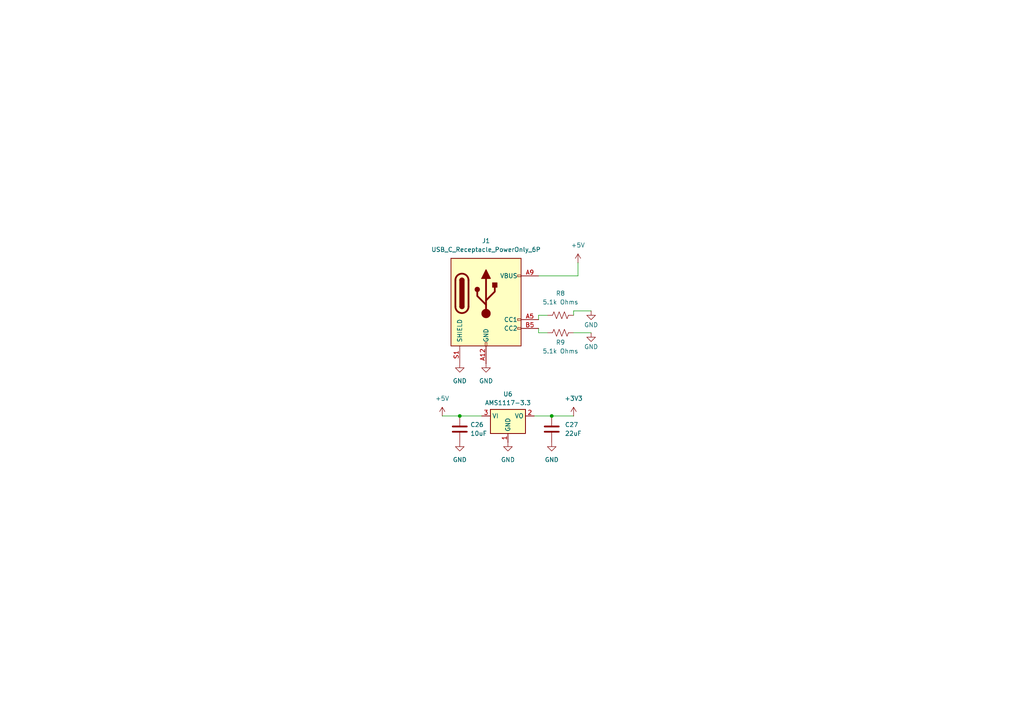
<source format=kicad_sch>
(kicad_sch (version 20250114) (generator "eeschema") (generator_version "9.0")
  (paper "A4")
  (lib_symbols
    (symbol "Connector:USB_C_Receptacle_PowerOnly_6P" (pin_names (offset 1.016))
      (property "Reference" "J" (at 0 16.51 0))
      (property "Value" "USB_C_Receptacle_PowerOnly_6P" (at 0 13.97 0))
      (symbol "USB_C_Receptacle_PowerOnly_6P_0_0"
        (rectangle (start -0.254 -12.7) (end 0.254 -11.684))
        (rectangle (start 10.16 7.874) (end 9.144 7.366))
        (rectangle (start 10.16 -4.826) (end 9.144 -5.334))
        (rectangle (start 10.16 -7.366) (end 9.144 -7.874))
      )
      (symbol "USB_C_Receptacle_PowerOnly_6P_0_1"
        (rectangle (start -10.16 12.7) (end 10.16 -12.7) (stroke (width 0.254)) (fill (type background)))
        (polyline (pts (xy -8.89 -1.27) (xy -8.89 6.35)) (stroke (width 0.508)))
        (rectangle (start -7.62 -1.27) (end -6.35 6.35) (stroke (width 0.254)) (fill (type outline)))
        (arc (start -7.62 6.35) (mid -6.985 6.9823) (end -6.35 6.35) (stroke (width 0.254)))
        (arc (start -7.62 6.35) (mid -6.985 6.9823) (end -6.35 6.35) (stroke (width 0.254)) (fill (type outline)))
        (arc (start -8.89 6.35) (mid -6.985 8.2467) (end -5.08 6.35) (stroke (width 0.508)))
        (arc (start -5.08 -1.27) (mid -6.985 -3.1667) (end -8.89 -1.27) (stroke (width 0.508)))
        (arc (start -6.35 -1.27) (mid -6.985 -1.9023) (end -7.62 -1.27) (stroke (width 0.254)))
        (arc (start -6.35 -1.27) (mid -6.985 -1.9023) (end -7.62 -1.27) (stroke (width 0.254)) (fill (type outline)))
        (polyline (pts (xy -5.08 6.35) (xy -5.08 -1.27)) (stroke (width 0.508)))
        (circle (center -2.54 3.683) (radius 0.635) (stroke (width 0.254)) (fill (type outline)))
        (polyline (pts (xy -1.27 6.858) (xy 0 9.398) (xy 1.27 6.858) (xy -1.27 6.858)) (stroke (width 0.254)) (fill (type outline)))
        (polyline (pts (xy 0 0.508) (xy 2.54 3.048) (xy 2.54 4.318)) (stroke (width 0.508)))
        (polyline (pts (xy 0 -0.762) (xy -2.54 1.778) (xy -2.54 3.048)) (stroke (width 0.508)))
        (polyline (pts (xy 0 -3.302) (xy 0 6.858)) (stroke (width 0.508)))
        (circle (center 0 -3.302) (radius 1.27) (fill (type outline)))
        (rectangle (start 1.905 4.318) (end 3.175 5.588) (stroke (width 0.254)) (fill (type outline)))
      )
      (symbol "USB_C_Receptacle_PowerOnly_6P_1_1"
        (pin passive line (at -7.62 -17.78 90) (length 5.08) (name "SHIELD") (number "S1"))
        (pin passive line (at 0 -17.78 90) (length 5.08) (name "GND") (number "A12"))
        (pin passive line (at 0 -17.78 90) (length 5.08) (hide yes) (name "GND") (number "B12"))
        (pin passive line (at 15.24 7.62 180) (length 5.08) (name "VBUS") (number "A9"))
        (pin passive line (at 15.24 7.62 180) (length 5.08) (hide yes) (name "VBUS") (number "B9"))
        (pin bidirectional line (at 15.24 -5.08 180) (length 5.08) (name "CC1") (number "A5"))
        (pin bidirectional line (at 15.24 -7.62 180) (length 5.08) (name "CC2") (number "B5"))
      )
    )
    (symbol "Device:C" (pin_numbers (hide yes)) (pin_names (offset 0.254))
      (property "Reference" "C" (at 0.635 2.54 0))
      (property "Value" "C" (at 0.635 -2.54 0))
      (symbol "C_0_1"
        (polyline (pts (xy -2.032 0.762) (xy 2.032 0.762)) (stroke (width 0.508)))
        (polyline (pts (xy -2.032 -0.762) (xy 2.032 -0.762)) (stroke (width 0.508)))
      )
      (symbol "C_1_1"
        (pin passive line (at 0 3.81 270) (length 2.794) (name "~") (number "1"))
        (pin passive line (at 0 -3.81 90) (length 2.794) (name "~") (number "2"))
      )
    )
    (symbol "Device:R_US" (pin_numbers (hide yes)) (pin_names (offset 0))
      (property "Reference" "R" (at 2.54 0 90))
      (property "Value" "R_US" (at -2.54 0 90))
      (symbol "R_US_0_1"
        (polyline (pts (xy 0 2.286) (xy 0 2.54)))
        (polyline (pts (xy 0 2.286) (xy 1.016 1.905) (xy 0 1.524) (xy -1.016 1.143) (xy 0 0.762)))
        (polyline (pts (xy 0 0.762) (xy 1.016 0.381) (xy 0 0) (xy -1.016 -0.381) (xy 0 -0.762)))
        (polyline (pts (xy 0 -0.762) (xy 1.016 -1.143) (xy 0 -1.524) (xy -1.016 -1.905) (xy 0 -2.286)))
        (polyline (pts (xy 0 -2.286) (xy 0 -2.54)))
      )
      (symbol "R_US_1_1"
        (pin passive line (at 0 3.81 270) (length 1.27) (name "~") (number "1"))
        (pin passive line (at 0 -3.81 90) (length 1.27) (name "~") (number "2"))
      )
    )
    (symbol "Regulator_Linear:AMS1117-3.3"
      (property "Reference" "U" (at -3.81 3.175 0))
      (property "Value" "AMS1117-3.3" (at 0 3.175 0))
      (symbol "AMS1117-3.3_0_1"
        (rectangle (start -5.08 -5.08) (end 5.08 1.905) (stroke (width 0.254)) (fill (type background)))
      )
      (symbol "AMS1117-3.3_1_1"
        (pin power_in line (at -7.62 0 0) (length 2.54) (name "VI") (number "3"))
        (pin power_in line (at 0 -7.62 90) (length 2.54) (name "GND") (number "1"))
        (pin power_out line (at 7.62 0 180) (length 2.54) (name "VO") (number "2"))
      )
    )
    (symbol "power:+3V3" (power) (pin_numbers (hide yes)) (pin_names (offset 0) (hide yes))
      (property "Value" "+3V3" (at 0 3.556 0))
      (symbol "+3V3_0_1"
        (polyline (pts (xy -0.762 1.27) (xy 0 2.54)))
        (polyline (pts (xy 0 2.54) (xy 0.762 1.27)))
        (polyline (pts (xy 0 0) (xy 0 2.54)))
      )
      (symbol "+3V3_1_1"
        (pin power_in line (at 0 0 90) (length 0) (name "~") (number "1"))
      )
    )
    (symbol "power:+5V" (power) (pin_numbers (hide yes)) (pin_names (offset 0) (hide yes))
      (property "Value" "+5V" (at 0 3.556 0))
      (symbol "+5V_0_1"
        (polyline (pts (xy -0.762 1.27) (xy 0 2.54)))
        (polyline (pts (xy 0 2.54) (xy 0.762 1.27)))
        (polyline (pts (xy 0 0) (xy 0 2.54)))
      )
      (symbol "+5V_1_1"
        (pin power_in line (at 0 0 90) (length 0) (name "~") (number "1"))
      )
    )
    (symbol "power:GND" (power) (pin_numbers (hide yes)) (pin_names (offset 0) (hide yes))
      (property "Value" "GND" (at 0 -3.81 0))
      (symbol "GND_0_1"
        (polyline (pts (xy 0 0) (xy 0 -1.27) (xy 1.27 -1.27) (xy 0 -2.54) (xy -1.27 -1.27) (xy 0 -1.27)))
      )
      (symbol "GND_1_1"
        (pin power_in line (at 0 0 270) (length 0) (name "~") (number "1"))
      )
    )
  )
  (junction (at 160.02 120.65))
  (junction (at 133.35 120.65))
  (wire (pts (xy 154.94 120.65) (xy 160.02 120.65)))
  (wire (pts (xy 160.02 120.65) (xy 166.37 120.65)))
  (wire (pts (xy 156.21 92.71) (xy 156.21 91.44)))
  (wire (pts (xy 166.37 91.44) (xy 166.37 90.17)))
  (wire (pts (xy 156.21 96.52) (xy 158.75 96.52)))
  (wire (pts (xy 167.64 76.2) (xy 167.64 80.01)))
  (wire (pts (xy 167.64 80.01) (xy 156.21 80.01)))
  (wire (pts (xy 156.21 91.44) (xy 158.75 91.44)))
  (wire (pts (xy 133.35 120.65) (xy 139.7 120.65)))
  (wire (pts (xy 166.37 96.52) (xy 171.45 96.52)))
  (wire (pts (xy 156.21 95.25) (xy 156.21 96.52)))
  (wire (pts (xy 166.37 90.17) (xy 171.45 90.17)))
  (wire (pts (xy 128.27 120.65) (xy 133.35 120.65)))
  (symbol (lib_id "power:GND") (at 140.97 105.41 0) (unit 1)
    (property "Reference" "#PWR032" (effects (hide yes)))
    (property "Value" "GND" (at 140.97 110.49 0))
    (property "Description" "Power symbol creates a global label with name \"GND\" , ground" (effects (hide yes)))
  )
  (symbol (lib_id "power:+5V") (at 167.64 76.2 0) (unit 1)
    (property "Reference" "#PWR036" (effects (hide yes)))
    (property "Value" "+5V" (at 167.64 71.12 0))
    (property "Description" "Power symbol creates a global label with name \"+5V\"" (effects (hide yes)))
  )
  (symbol (lib_id "Regulator_Linear:AMS1117-3.3") (at 147.32 120.65 0) (unit 1)
    (property "Reference" "U6" (at 147.32 114.3 0))
    (property "Value" "AMS1117-3.3" (at 147.32 116.84 0))
    (property "Footprint" "Package_TO_SOT_SMD:SOT-223-3_TabPin2" (effects (hide yes)))
    (property "Datasheet" "https://datasheet.lcsc.com/lcsc/2110121330_YONGYUTAI-AMS1117-3-3_C2904742.pdf" (effects (hide yes)))
    (property "Description" "1A Low Dropout regulator, positive, 3.3V fixed output, SOT-223" (effects (hide yes)))
  )
  (symbol (lib_id "power:+5V") (at 128.27 120.65 0) (unit 1)
    (property "Reference" "#PWR029" (effects (hide yes)))
    (property "Value" "+5V" (at 128.27 115.57 0))
    (property "Description" "Power symbol creates a global label with name \"+5V\"" (effects (hide yes)))
  )
  (symbol (lib_id "Device:R_US") (at 162.56 96.52 90) (unit 1)
    (property "Reference" "R9" (at 162.56 99.314 90))
    (property "Value" "5.1k Ohms" (at 162.56 101.854 90))
    (property "Description" "Resistor, US symbol" (effects (hide yes)))
  )
  (symbol (lib_id "power:GND") (at 160.02 128.27 0) (unit 1)
    (property "Reference" "#PWR034" (effects (hide yes)))
    (property "Value" "GND" (at 160.02 133.35 0))
    (property "Description" "Power symbol creates a global label with name \"GND\" , ground" (effects (hide yes)))
  )
  (symbol (lib_id "Device:C") (at 133.35 124.46 0) (unit 1)
    (property "Reference" "C26" (at 136.398 123.19 0) (effects (justify left)))
    (property "Value" "10uF" (at 136.398 125.73 0) (effects (justify left)))
    (property "Description" "Unpolarized capacitor" (effects (hide yes)))
  )
  (symbol (lib_id "Connector:USB_C_Receptacle_PowerOnly_6P") (at 140.97 87.63 0) (unit 1)
    (property "Reference" "J1" (at 140.97 69.85 0))
    (property "Value" "USB_C_Receptacle_PowerOnly_6P" (at 140.97 72.39 0))
    (property "Datasheet" "https://www.usb.org/sites/default/files/documents/usb_type-c.zip" (effects (hide yes)))
    (property "Description" "USB Power-Only 6P Type-C Receptacle connector" (effects (hide yes)))
  )
  (symbol (lib_id "power:GND") (at 133.35 128.27 0) (unit 1)
    (property "Reference" "#PWR031" (effects (hide yes)))
    (property "Value" "GND" (at 133.35 133.35 0))
    (property "Description" "Power symbol creates a global label with name \"GND\" , ground" (effects (hide yes)))
  )
  (symbol (lib_id "power:GND") (at 133.35 105.41 0) (unit 1)
    (property "Reference" "#PWR030" (effects (hide yes)))
    (property "Value" "GND" (at 133.35 110.49 0))
    (property "Description" "Power symbol creates a global label with name \"GND\" , ground" (effects (hide yes)))
  )
  (symbol (lib_id "power:GND") (at 171.45 96.52 0) (unit 1)
    (property "Reference" "#PWR038" (effects (hide yes)))
    (property "Value" "GND" (at 171.45 100.584 0))
    (property "Description" "Power symbol creates a global label with name \"GND\" , ground" (effects (hide yes)))
  )
  (symbol (lib_id "Device:R_US") (at 162.56 91.44 90) (unit 1)
    (property "Reference" "R8" (at 162.56 85.09 90))
    (property "Value" "5.1k Ohms" (at 162.56 87.63 90))
    (property "Description" "Resistor, US symbol" (effects (hide yes)))
  )
  (symbol (lib_id "power:+3V3") (at 166.37 120.65 0) (unit 1)
    (property "Reference" "#PWR035" (effects (hide yes)))
    (property "Value" "+3V3" (at 166.37 115.57 0))
    (property "Description" "Power symbol creates a global label with name \"+3V3\"" (effects (hide yes)))
  )
  (symbol (lib_id "Device:C") (at 160.02 124.46 0) (unit 1)
    (property "Reference" "C27" (at 163.83 123.1899 0) (effects (justify left)))
    (property "Value" "22uF" (at 163.83 125.7299 0) (effects (justify left)))
    (property "Description" "Unpolarized capacitor" (effects (hide yes)))
  )
  (symbol (lib_id "power:GND") (at 147.32 128.27 0) (unit 1)
    (property "Reference" "#PWR033" (effects (hide yes)))
    (property "Value" "GND" (at 147.32 133.35 0))
    (property "Description" "Power symbol creates a global label with name \"GND\" , ground" (effects (hide yes)))
  )
  (symbol (lib_id "power:GND") (at 171.45 90.17 0) (unit 1)
    (property "Reference" "#PWR037" (effects (hide yes)))
    (property "Value" "GND" (at 171.45 94.234 0))
    (property "Description" "Power symbol creates a global label with name \"GND\" , ground" (effects (hide yes)))
  )
)
</source>
